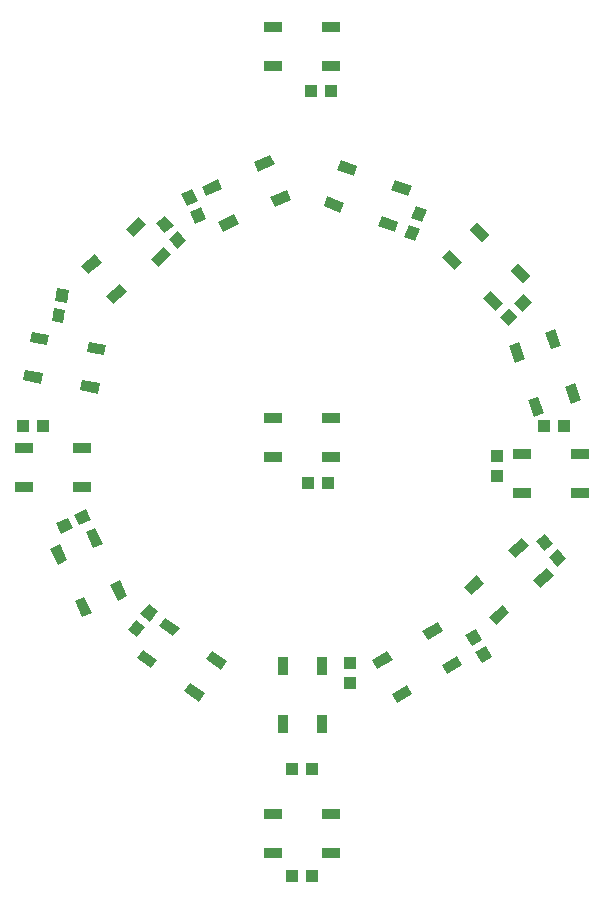
<source format=gtp>
G04 EAGLE Gerber RS-274X export*
G75*
%MOMM*%
%FSLAX34Y34*%
%LPD*%
%INSolderpaste Top*%
%IPPOS*%
%AMOC8*
5,1,8,0,0,1.08239X$1,22.5*%
G01*
%ADD10R,1.500000X0.900000*%
%ADD11R,0.900000X1.500000*%
%ADD12R,1.100000X1.000000*%
%ADD13R,1.000000X1.100000*%


D10*
G36*
X147897Y250721D02*
X135611Y259324D01*
X140773Y266697D01*
X153059Y258094D01*
X147897Y250721D01*
G37*
G36*
X128969Y223689D02*
X116683Y232292D01*
X121845Y239665D01*
X134131Y231062D01*
X128969Y223689D01*
G37*
G36*
X188035Y222615D02*
X175749Y231218D01*
X180911Y238591D01*
X193197Y229988D01*
X188035Y222615D01*
G37*
G36*
X169107Y195583D02*
X156821Y204186D01*
X161983Y211559D01*
X174269Y202956D01*
X169107Y195583D01*
G37*
D11*
X273242Y225612D03*
X240242Y225612D03*
X273242Y176612D03*
X240242Y176612D03*
D10*
G36*
X79892Y325279D02*
X73552Y338873D01*
X81708Y342677D01*
X88048Y329083D01*
X79892Y325279D01*
G37*
G36*
X49984Y311332D02*
X43644Y324926D01*
X51800Y328730D01*
X58140Y315136D01*
X49984Y311332D01*
G37*
G36*
X100600Y280870D02*
X94260Y294464D01*
X102416Y298268D01*
X108756Y284674D01*
X100600Y280870D01*
G37*
G36*
X70692Y266923D02*
X64352Y280517D01*
X72508Y284321D01*
X78848Y270727D01*
X70692Y266923D01*
G37*
X21220Y410200D03*
X21220Y377200D03*
X70220Y410200D03*
X70220Y377200D03*
G36*
X189071Y629802D02*
X175477Y623462D01*
X171673Y631618D01*
X185267Y637958D01*
X189071Y629802D01*
G37*
G36*
X203018Y599894D02*
X189424Y593554D01*
X185620Y601710D01*
X199214Y608050D01*
X203018Y599894D01*
G37*
G36*
X233480Y650510D02*
X219886Y644170D01*
X216082Y652326D01*
X229676Y658666D01*
X233480Y650510D01*
G37*
G36*
X247427Y620602D02*
X233833Y614262D01*
X230029Y622418D01*
X243623Y628758D01*
X247427Y620602D01*
G37*
G36*
X128687Y570696D02*
X140176Y580337D01*
X145961Y573442D01*
X134472Y563801D01*
X128687Y570696D01*
G37*
G36*
X107475Y595975D02*
X118964Y605616D01*
X124749Y598721D01*
X113260Y589080D01*
X107475Y595975D01*
G37*
G36*
X91151Y539199D02*
X102640Y548840D01*
X108425Y541945D01*
X96936Y532304D01*
X91151Y539199D01*
G37*
G36*
X69939Y564478D02*
X81428Y574119D01*
X87213Y567224D01*
X75724Y557583D01*
X69939Y564478D01*
G37*
G36*
X324291Y606479D02*
X338385Y601349D01*
X335307Y592893D01*
X321213Y598023D01*
X324291Y606479D01*
G37*
G36*
X335578Y637488D02*
X349672Y632358D01*
X346594Y623902D01*
X332500Y629032D01*
X335578Y637488D01*
G37*
G36*
X278246Y623238D02*
X292340Y618108D01*
X289262Y609652D01*
X275168Y614782D01*
X278246Y623238D01*
G37*
G36*
X289533Y654247D02*
X303627Y649117D01*
X300549Y640661D01*
X286455Y645791D01*
X289533Y654247D01*
G37*
G36*
X416286Y543374D02*
X426892Y532768D01*
X420528Y526404D01*
X409922Y537010D01*
X416286Y543374D01*
G37*
G36*
X439620Y566708D02*
X450226Y556102D01*
X443862Y549738D01*
X433256Y560344D01*
X439620Y566708D01*
G37*
G36*
X381638Y578022D02*
X392244Y567416D01*
X385880Y561052D01*
X375274Y571658D01*
X381638Y578022D01*
G37*
G36*
X404972Y601356D02*
X415578Y590750D01*
X409214Y584386D01*
X398608Y594992D01*
X404972Y601356D01*
G37*
X281040Y67320D03*
X281040Y100320D03*
X232040Y67320D03*
X232040Y100320D03*
G36*
X41221Y497371D02*
X26450Y499975D01*
X28013Y508837D01*
X42784Y506233D01*
X41221Y497371D01*
G37*
G36*
X35491Y464872D02*
X20720Y467476D01*
X22283Y476338D01*
X37054Y473734D01*
X35491Y464872D01*
G37*
G36*
X89477Y488862D02*
X74706Y491466D01*
X76269Y500328D01*
X91040Y497724D01*
X89477Y488862D01*
G37*
G36*
X83747Y456363D02*
X68976Y458967D01*
X70539Y467829D01*
X85310Y465225D01*
X83747Y456363D01*
G37*
G36*
X456818Y453630D02*
X461948Y439536D01*
X453492Y436458D01*
X448362Y450552D01*
X456818Y453630D01*
G37*
G36*
X487827Y464917D02*
X492957Y450823D01*
X484501Y447745D01*
X479371Y461839D01*
X487827Y464917D01*
G37*
G36*
X440059Y499675D02*
X445189Y485581D01*
X436733Y482503D01*
X431603Y496597D01*
X440059Y499675D01*
G37*
G36*
X471068Y510962D02*
X476198Y496868D01*
X467742Y493790D01*
X462612Y507884D01*
X471068Y510962D01*
G37*
D12*
X265040Y48260D03*
X248040Y48260D03*
D13*
X297180Y228210D03*
X297180Y211210D03*
D12*
G36*
X119923Y269639D02*
X126845Y278186D01*
X134615Y271893D01*
X127693Y263346D01*
X119923Y269639D01*
G37*
G36*
X109225Y256427D02*
X116147Y264974D01*
X123917Y258681D01*
X116995Y250134D01*
X109225Y256427D01*
G37*
G36*
X64107Y353779D02*
X74075Y358427D01*
X78301Y349365D01*
X68333Y344717D01*
X64107Y353779D01*
G37*
G36*
X48699Y346595D02*
X58667Y351243D01*
X62893Y342181D01*
X52925Y337533D01*
X48699Y346595D01*
G37*
X20710Y429260D03*
X37710Y429260D03*
G36*
X56473Y527037D02*
X54562Y516205D01*
X44715Y517941D01*
X46626Y528773D01*
X56473Y527037D01*
G37*
G36*
X59425Y543779D02*
X57514Y532947D01*
X47667Y534683D01*
X49578Y545515D01*
X59425Y543779D01*
G37*
G36*
X151808Y594006D02*
X158879Y585580D01*
X151220Y579152D01*
X144149Y587578D01*
X151808Y594006D01*
G37*
G36*
X140880Y607028D02*
X147951Y598602D01*
X140292Y592174D01*
X133221Y600600D01*
X140880Y607028D01*
G37*
G36*
X159301Y615287D02*
X154653Y625255D01*
X163715Y629481D01*
X168363Y619513D01*
X159301Y615287D01*
G37*
G36*
X166485Y599879D02*
X161837Y609847D01*
X170899Y614073D01*
X175547Y604105D01*
X166485Y599879D01*
G37*
G36*
X356409Y595945D02*
X352647Y585609D01*
X343251Y589029D01*
X347013Y599365D01*
X356409Y595945D01*
G37*
G36*
X362224Y611920D02*
X358462Y601584D01*
X349066Y605004D01*
X352828Y615340D01*
X362224Y611920D01*
G37*
G36*
X439333Y521604D02*
X431556Y513827D01*
X424485Y520898D01*
X432262Y528675D01*
X439333Y521604D01*
G37*
G36*
X451353Y533625D02*
X443576Y525848D01*
X436505Y532919D01*
X444282Y540696D01*
X451353Y533625D01*
G37*
X461400Y429260D03*
X478400Y429260D03*
D13*
X265040Y138430D03*
X248040Y138430D03*
D10*
X442860Y405120D03*
X442860Y372120D03*
X491860Y405120D03*
X491860Y372120D03*
D13*
X421640Y403470D03*
X421640Y386470D03*
D10*
G36*
X452537Y298916D02*
X464026Y308557D01*
X469811Y301662D01*
X458322Y292021D01*
X452537Y298916D01*
G37*
G36*
X431325Y324195D02*
X442814Y333836D01*
X448599Y326941D01*
X437110Y317300D01*
X431325Y324195D01*
G37*
G36*
X415001Y267419D02*
X426490Y277060D01*
X432275Y270165D01*
X420786Y260524D01*
X415001Y267419D01*
G37*
G36*
X393789Y292698D02*
X405278Y302339D01*
X411063Y295444D01*
X399574Y285803D01*
X393789Y292698D01*
G37*
D12*
G36*
X473118Y324766D02*
X480189Y316340D01*
X472530Y309912D01*
X465459Y318338D01*
X473118Y324766D01*
G37*
G36*
X462190Y337788D02*
X469261Y329362D01*
X461602Y322934D01*
X454531Y331360D01*
X462190Y337788D01*
G37*
D10*
G36*
X375053Y226708D02*
X388043Y234208D01*
X392543Y226414D01*
X379553Y218914D01*
X375053Y226708D01*
G37*
G36*
X358553Y255286D02*
X371543Y262786D01*
X376043Y254992D01*
X363053Y247492D01*
X358553Y255286D01*
G37*
G36*
X332617Y202208D02*
X345607Y209708D01*
X350107Y201914D01*
X337117Y194414D01*
X332617Y202208D01*
G37*
G36*
X316117Y230786D02*
X329107Y238286D01*
X333607Y230492D01*
X320617Y222992D01*
X316117Y230786D01*
G37*
D12*
G36*
X412230Y242472D02*
X417730Y232946D01*
X409070Y227946D01*
X403570Y237472D01*
X412230Y242472D01*
G37*
G36*
X403730Y257194D02*
X409230Y247668D01*
X400570Y242668D01*
X395070Y252194D01*
X403730Y257194D01*
G37*
D10*
X281040Y402600D03*
X281040Y435600D03*
X232040Y402600D03*
X232040Y435600D03*
D12*
X279010Y381000D03*
X262010Y381000D03*
D10*
X281040Y734070D03*
X281040Y767070D03*
X232040Y734070D03*
X232040Y767070D03*
D12*
X281550Y712470D03*
X264550Y712470D03*
M02*

</source>
